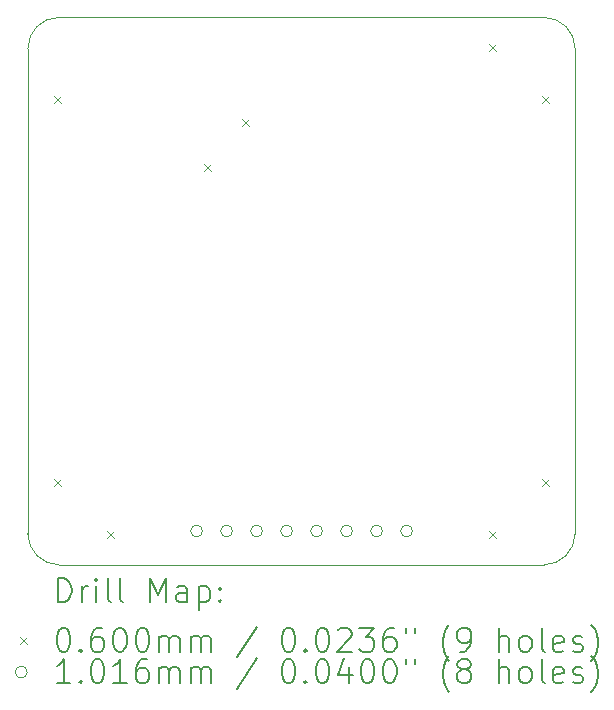
<source format=gbr>
%TF.GenerationSoftware,KiCad,Pcbnew,9.0.5*%
%TF.CreationDate,2025-10-17T16:28:32+07:00*%
%TF.ProjectId,Nokia 1202 breakout,4e6f6b69-6120-4313-9230-322062726561,rev?*%
%TF.SameCoordinates,Original*%
%TF.FileFunction,Drillmap*%
%TF.FilePolarity,Positive*%
%FSLAX45Y45*%
G04 Gerber Fmt 4.5, Leading zero omitted, Abs format (unit mm)*
G04 Created by KiCad (PCBNEW 9.0.5) date 2025-10-17 16:28:32*
%MOMM*%
%LPD*%
G01*
G04 APERTURE LIST*
%ADD10C,0.100000*%
%ADD11C,0.200000*%
%ADD12C,0.101600*%
G04 APERTURE END LIST*
D10*
X16903360Y-8183235D02*
X12796860Y-8183235D01*
X12796860Y-12817485D02*
X16903360Y-12817485D01*
X12533360Y-8446735D02*
X12533360Y-12553985D01*
X17166860Y-12553985D02*
X17166860Y-8446735D01*
X16903360Y-8183235D02*
G75*
G02*
X17166865Y-8446735I0J-263505D01*
G01*
X17166860Y-12553985D02*
G75*
G02*
X16903360Y-12817480I-263500J5D01*
G01*
X12533360Y-8446735D02*
G75*
G02*
X12796860Y-8183240I263500J-5D01*
G01*
X12796860Y-12817485D02*
G75*
G02*
X12533355Y-12553985I0J263505D01*
G01*
D11*
D10*
X12757360Y-8850485D02*
X12817360Y-8910485D01*
X12817360Y-8850485D02*
X12757360Y-8910485D01*
X12757360Y-12088985D02*
X12817360Y-12148985D01*
X12817360Y-12088985D02*
X12757360Y-12148985D01*
X13201860Y-12533485D02*
X13261860Y-12593485D01*
X13261860Y-12533485D02*
X13201860Y-12593485D01*
X14027360Y-9421985D02*
X14087360Y-9481985D01*
X14087360Y-9421985D02*
X14027360Y-9481985D01*
X14344860Y-9040985D02*
X14404860Y-9100985D01*
X14404860Y-9040985D02*
X14344860Y-9100985D01*
X16440360Y-8405985D02*
X16500360Y-8465985D01*
X16500360Y-8405985D02*
X16440360Y-8465985D01*
X16440360Y-12533485D02*
X16500360Y-12593485D01*
X16500360Y-12533485D02*
X16440360Y-12593485D01*
X16884860Y-8850485D02*
X16944860Y-8910485D01*
X16944860Y-8850485D02*
X16884860Y-8910485D01*
X16884860Y-12088985D02*
X16944860Y-12148985D01*
X16944860Y-12088985D02*
X16884860Y-12148985D01*
D12*
X14012910Y-12531735D02*
G75*
G02*
X13911310Y-12531735I-50800J0D01*
G01*
X13911310Y-12531735D02*
G75*
G02*
X14012910Y-12531735I50800J0D01*
G01*
X14266910Y-12531735D02*
G75*
G02*
X14165310Y-12531735I-50800J0D01*
G01*
X14165310Y-12531735D02*
G75*
G02*
X14266910Y-12531735I50800J0D01*
G01*
X14520910Y-12531735D02*
G75*
G02*
X14419310Y-12531735I-50800J0D01*
G01*
X14419310Y-12531735D02*
G75*
G02*
X14520910Y-12531735I50800J0D01*
G01*
X14774910Y-12531735D02*
G75*
G02*
X14673310Y-12531735I-50800J0D01*
G01*
X14673310Y-12531735D02*
G75*
G02*
X14774910Y-12531735I50800J0D01*
G01*
X15028910Y-12531735D02*
G75*
G02*
X14927310Y-12531735I-50800J0D01*
G01*
X14927310Y-12531735D02*
G75*
G02*
X15028910Y-12531735I50800J0D01*
G01*
X15282910Y-12531735D02*
G75*
G02*
X15181310Y-12531735I-50800J0D01*
G01*
X15181310Y-12531735D02*
G75*
G02*
X15282910Y-12531735I50800J0D01*
G01*
X15536910Y-12531735D02*
G75*
G02*
X15435310Y-12531735I-50800J0D01*
G01*
X15435310Y-12531735D02*
G75*
G02*
X15536910Y-12531735I50800J0D01*
G01*
X15790910Y-12531735D02*
G75*
G02*
X15689310Y-12531735I-50800J0D01*
G01*
X15689310Y-12531735D02*
G75*
G02*
X15790910Y-12531735I50800J0D01*
G01*
D11*
X12789137Y-13133969D02*
X12789137Y-12933969D01*
X12789137Y-12933969D02*
X12836756Y-12933969D01*
X12836756Y-12933969D02*
X12865327Y-12943493D01*
X12865327Y-12943493D02*
X12884375Y-12962540D01*
X12884375Y-12962540D02*
X12893899Y-12981588D01*
X12893899Y-12981588D02*
X12903422Y-13019683D01*
X12903422Y-13019683D02*
X12903422Y-13048254D01*
X12903422Y-13048254D02*
X12893899Y-13086350D01*
X12893899Y-13086350D02*
X12884375Y-13105397D01*
X12884375Y-13105397D02*
X12865327Y-13124445D01*
X12865327Y-13124445D02*
X12836756Y-13133969D01*
X12836756Y-13133969D02*
X12789137Y-13133969D01*
X12989137Y-13133969D02*
X12989137Y-13000635D01*
X12989137Y-13038731D02*
X12998661Y-13019683D01*
X12998661Y-13019683D02*
X13008184Y-13010159D01*
X13008184Y-13010159D02*
X13027232Y-13000635D01*
X13027232Y-13000635D02*
X13046280Y-13000635D01*
X13112946Y-13133969D02*
X13112946Y-13000635D01*
X13112946Y-12933969D02*
X13103422Y-12943493D01*
X13103422Y-12943493D02*
X13112946Y-12953016D01*
X13112946Y-12953016D02*
X13122470Y-12943493D01*
X13122470Y-12943493D02*
X13112946Y-12933969D01*
X13112946Y-12933969D02*
X13112946Y-12953016D01*
X13236756Y-13133969D02*
X13217708Y-13124445D01*
X13217708Y-13124445D02*
X13208184Y-13105397D01*
X13208184Y-13105397D02*
X13208184Y-12933969D01*
X13341518Y-13133969D02*
X13322470Y-13124445D01*
X13322470Y-13124445D02*
X13312946Y-13105397D01*
X13312946Y-13105397D02*
X13312946Y-12933969D01*
X13570089Y-13133969D02*
X13570089Y-12933969D01*
X13570089Y-12933969D02*
X13636756Y-13076826D01*
X13636756Y-13076826D02*
X13703422Y-12933969D01*
X13703422Y-12933969D02*
X13703422Y-13133969D01*
X13884375Y-13133969D02*
X13884375Y-13029207D01*
X13884375Y-13029207D02*
X13874851Y-13010159D01*
X13874851Y-13010159D02*
X13855803Y-13000635D01*
X13855803Y-13000635D02*
X13817708Y-13000635D01*
X13817708Y-13000635D02*
X13798661Y-13010159D01*
X13884375Y-13124445D02*
X13865327Y-13133969D01*
X13865327Y-13133969D02*
X13817708Y-13133969D01*
X13817708Y-13133969D02*
X13798661Y-13124445D01*
X13798661Y-13124445D02*
X13789137Y-13105397D01*
X13789137Y-13105397D02*
X13789137Y-13086350D01*
X13789137Y-13086350D02*
X13798661Y-13067302D01*
X13798661Y-13067302D02*
X13817708Y-13057778D01*
X13817708Y-13057778D02*
X13865327Y-13057778D01*
X13865327Y-13057778D02*
X13884375Y-13048254D01*
X13979613Y-13000635D02*
X13979613Y-13200635D01*
X13979613Y-13010159D02*
X13998661Y-13000635D01*
X13998661Y-13000635D02*
X14036756Y-13000635D01*
X14036756Y-13000635D02*
X14055803Y-13010159D01*
X14055803Y-13010159D02*
X14065327Y-13019683D01*
X14065327Y-13019683D02*
X14074851Y-13038731D01*
X14074851Y-13038731D02*
X14074851Y-13095873D01*
X14074851Y-13095873D02*
X14065327Y-13114921D01*
X14065327Y-13114921D02*
X14055803Y-13124445D01*
X14055803Y-13124445D02*
X14036756Y-13133969D01*
X14036756Y-13133969D02*
X13998661Y-13133969D01*
X13998661Y-13133969D02*
X13979613Y-13124445D01*
X14160565Y-13114921D02*
X14170089Y-13124445D01*
X14170089Y-13124445D02*
X14160565Y-13133969D01*
X14160565Y-13133969D02*
X14151042Y-13124445D01*
X14151042Y-13124445D02*
X14160565Y-13114921D01*
X14160565Y-13114921D02*
X14160565Y-13133969D01*
X14160565Y-13010159D02*
X14170089Y-13019683D01*
X14170089Y-13019683D02*
X14160565Y-13029207D01*
X14160565Y-13029207D02*
X14151042Y-13019683D01*
X14151042Y-13019683D02*
X14160565Y-13010159D01*
X14160565Y-13010159D02*
X14160565Y-13029207D01*
D10*
X12468360Y-13432485D02*
X12528360Y-13492485D01*
X12528360Y-13432485D02*
X12468360Y-13492485D01*
D11*
X12827232Y-13353969D02*
X12846280Y-13353969D01*
X12846280Y-13353969D02*
X12865327Y-13363493D01*
X12865327Y-13363493D02*
X12874851Y-13373016D01*
X12874851Y-13373016D02*
X12884375Y-13392064D01*
X12884375Y-13392064D02*
X12893899Y-13430159D01*
X12893899Y-13430159D02*
X12893899Y-13477778D01*
X12893899Y-13477778D02*
X12884375Y-13515873D01*
X12884375Y-13515873D02*
X12874851Y-13534921D01*
X12874851Y-13534921D02*
X12865327Y-13544445D01*
X12865327Y-13544445D02*
X12846280Y-13553969D01*
X12846280Y-13553969D02*
X12827232Y-13553969D01*
X12827232Y-13553969D02*
X12808184Y-13544445D01*
X12808184Y-13544445D02*
X12798661Y-13534921D01*
X12798661Y-13534921D02*
X12789137Y-13515873D01*
X12789137Y-13515873D02*
X12779613Y-13477778D01*
X12779613Y-13477778D02*
X12779613Y-13430159D01*
X12779613Y-13430159D02*
X12789137Y-13392064D01*
X12789137Y-13392064D02*
X12798661Y-13373016D01*
X12798661Y-13373016D02*
X12808184Y-13363493D01*
X12808184Y-13363493D02*
X12827232Y-13353969D01*
X12979613Y-13534921D02*
X12989137Y-13544445D01*
X12989137Y-13544445D02*
X12979613Y-13553969D01*
X12979613Y-13553969D02*
X12970089Y-13544445D01*
X12970089Y-13544445D02*
X12979613Y-13534921D01*
X12979613Y-13534921D02*
X12979613Y-13553969D01*
X13160565Y-13353969D02*
X13122470Y-13353969D01*
X13122470Y-13353969D02*
X13103422Y-13363493D01*
X13103422Y-13363493D02*
X13093899Y-13373016D01*
X13093899Y-13373016D02*
X13074851Y-13401588D01*
X13074851Y-13401588D02*
X13065327Y-13439683D01*
X13065327Y-13439683D02*
X13065327Y-13515873D01*
X13065327Y-13515873D02*
X13074851Y-13534921D01*
X13074851Y-13534921D02*
X13084375Y-13544445D01*
X13084375Y-13544445D02*
X13103422Y-13553969D01*
X13103422Y-13553969D02*
X13141518Y-13553969D01*
X13141518Y-13553969D02*
X13160565Y-13544445D01*
X13160565Y-13544445D02*
X13170089Y-13534921D01*
X13170089Y-13534921D02*
X13179613Y-13515873D01*
X13179613Y-13515873D02*
X13179613Y-13468254D01*
X13179613Y-13468254D02*
X13170089Y-13449207D01*
X13170089Y-13449207D02*
X13160565Y-13439683D01*
X13160565Y-13439683D02*
X13141518Y-13430159D01*
X13141518Y-13430159D02*
X13103422Y-13430159D01*
X13103422Y-13430159D02*
X13084375Y-13439683D01*
X13084375Y-13439683D02*
X13074851Y-13449207D01*
X13074851Y-13449207D02*
X13065327Y-13468254D01*
X13303422Y-13353969D02*
X13322470Y-13353969D01*
X13322470Y-13353969D02*
X13341518Y-13363493D01*
X13341518Y-13363493D02*
X13351042Y-13373016D01*
X13351042Y-13373016D02*
X13360565Y-13392064D01*
X13360565Y-13392064D02*
X13370089Y-13430159D01*
X13370089Y-13430159D02*
X13370089Y-13477778D01*
X13370089Y-13477778D02*
X13360565Y-13515873D01*
X13360565Y-13515873D02*
X13351042Y-13534921D01*
X13351042Y-13534921D02*
X13341518Y-13544445D01*
X13341518Y-13544445D02*
X13322470Y-13553969D01*
X13322470Y-13553969D02*
X13303422Y-13553969D01*
X13303422Y-13553969D02*
X13284375Y-13544445D01*
X13284375Y-13544445D02*
X13274851Y-13534921D01*
X13274851Y-13534921D02*
X13265327Y-13515873D01*
X13265327Y-13515873D02*
X13255803Y-13477778D01*
X13255803Y-13477778D02*
X13255803Y-13430159D01*
X13255803Y-13430159D02*
X13265327Y-13392064D01*
X13265327Y-13392064D02*
X13274851Y-13373016D01*
X13274851Y-13373016D02*
X13284375Y-13363493D01*
X13284375Y-13363493D02*
X13303422Y-13353969D01*
X13493899Y-13353969D02*
X13512946Y-13353969D01*
X13512946Y-13353969D02*
X13531994Y-13363493D01*
X13531994Y-13363493D02*
X13541518Y-13373016D01*
X13541518Y-13373016D02*
X13551042Y-13392064D01*
X13551042Y-13392064D02*
X13560565Y-13430159D01*
X13560565Y-13430159D02*
X13560565Y-13477778D01*
X13560565Y-13477778D02*
X13551042Y-13515873D01*
X13551042Y-13515873D02*
X13541518Y-13534921D01*
X13541518Y-13534921D02*
X13531994Y-13544445D01*
X13531994Y-13544445D02*
X13512946Y-13553969D01*
X13512946Y-13553969D02*
X13493899Y-13553969D01*
X13493899Y-13553969D02*
X13474851Y-13544445D01*
X13474851Y-13544445D02*
X13465327Y-13534921D01*
X13465327Y-13534921D02*
X13455803Y-13515873D01*
X13455803Y-13515873D02*
X13446280Y-13477778D01*
X13446280Y-13477778D02*
X13446280Y-13430159D01*
X13446280Y-13430159D02*
X13455803Y-13392064D01*
X13455803Y-13392064D02*
X13465327Y-13373016D01*
X13465327Y-13373016D02*
X13474851Y-13363493D01*
X13474851Y-13363493D02*
X13493899Y-13353969D01*
X13646280Y-13553969D02*
X13646280Y-13420635D01*
X13646280Y-13439683D02*
X13655803Y-13430159D01*
X13655803Y-13430159D02*
X13674851Y-13420635D01*
X13674851Y-13420635D02*
X13703423Y-13420635D01*
X13703423Y-13420635D02*
X13722470Y-13430159D01*
X13722470Y-13430159D02*
X13731994Y-13449207D01*
X13731994Y-13449207D02*
X13731994Y-13553969D01*
X13731994Y-13449207D02*
X13741518Y-13430159D01*
X13741518Y-13430159D02*
X13760565Y-13420635D01*
X13760565Y-13420635D02*
X13789137Y-13420635D01*
X13789137Y-13420635D02*
X13808184Y-13430159D01*
X13808184Y-13430159D02*
X13817708Y-13449207D01*
X13817708Y-13449207D02*
X13817708Y-13553969D01*
X13912946Y-13553969D02*
X13912946Y-13420635D01*
X13912946Y-13439683D02*
X13922470Y-13430159D01*
X13922470Y-13430159D02*
X13941518Y-13420635D01*
X13941518Y-13420635D02*
X13970089Y-13420635D01*
X13970089Y-13420635D02*
X13989137Y-13430159D01*
X13989137Y-13430159D02*
X13998661Y-13449207D01*
X13998661Y-13449207D02*
X13998661Y-13553969D01*
X13998661Y-13449207D02*
X14008184Y-13430159D01*
X14008184Y-13430159D02*
X14027232Y-13420635D01*
X14027232Y-13420635D02*
X14055803Y-13420635D01*
X14055803Y-13420635D02*
X14074851Y-13430159D01*
X14074851Y-13430159D02*
X14084375Y-13449207D01*
X14084375Y-13449207D02*
X14084375Y-13553969D01*
X14474851Y-13344445D02*
X14303423Y-13601588D01*
X14731994Y-13353969D02*
X14751042Y-13353969D01*
X14751042Y-13353969D02*
X14770089Y-13363493D01*
X14770089Y-13363493D02*
X14779613Y-13373016D01*
X14779613Y-13373016D02*
X14789137Y-13392064D01*
X14789137Y-13392064D02*
X14798661Y-13430159D01*
X14798661Y-13430159D02*
X14798661Y-13477778D01*
X14798661Y-13477778D02*
X14789137Y-13515873D01*
X14789137Y-13515873D02*
X14779613Y-13534921D01*
X14779613Y-13534921D02*
X14770089Y-13544445D01*
X14770089Y-13544445D02*
X14751042Y-13553969D01*
X14751042Y-13553969D02*
X14731994Y-13553969D01*
X14731994Y-13553969D02*
X14712946Y-13544445D01*
X14712946Y-13544445D02*
X14703423Y-13534921D01*
X14703423Y-13534921D02*
X14693899Y-13515873D01*
X14693899Y-13515873D02*
X14684375Y-13477778D01*
X14684375Y-13477778D02*
X14684375Y-13430159D01*
X14684375Y-13430159D02*
X14693899Y-13392064D01*
X14693899Y-13392064D02*
X14703423Y-13373016D01*
X14703423Y-13373016D02*
X14712946Y-13363493D01*
X14712946Y-13363493D02*
X14731994Y-13353969D01*
X14884375Y-13534921D02*
X14893899Y-13544445D01*
X14893899Y-13544445D02*
X14884375Y-13553969D01*
X14884375Y-13553969D02*
X14874851Y-13544445D01*
X14874851Y-13544445D02*
X14884375Y-13534921D01*
X14884375Y-13534921D02*
X14884375Y-13553969D01*
X15017708Y-13353969D02*
X15036756Y-13353969D01*
X15036756Y-13353969D02*
X15055804Y-13363493D01*
X15055804Y-13363493D02*
X15065327Y-13373016D01*
X15065327Y-13373016D02*
X15074851Y-13392064D01*
X15074851Y-13392064D02*
X15084375Y-13430159D01*
X15084375Y-13430159D02*
X15084375Y-13477778D01*
X15084375Y-13477778D02*
X15074851Y-13515873D01*
X15074851Y-13515873D02*
X15065327Y-13534921D01*
X15065327Y-13534921D02*
X15055804Y-13544445D01*
X15055804Y-13544445D02*
X15036756Y-13553969D01*
X15036756Y-13553969D02*
X15017708Y-13553969D01*
X15017708Y-13553969D02*
X14998661Y-13544445D01*
X14998661Y-13544445D02*
X14989137Y-13534921D01*
X14989137Y-13534921D02*
X14979613Y-13515873D01*
X14979613Y-13515873D02*
X14970089Y-13477778D01*
X14970089Y-13477778D02*
X14970089Y-13430159D01*
X14970089Y-13430159D02*
X14979613Y-13392064D01*
X14979613Y-13392064D02*
X14989137Y-13373016D01*
X14989137Y-13373016D02*
X14998661Y-13363493D01*
X14998661Y-13363493D02*
X15017708Y-13353969D01*
X15160566Y-13373016D02*
X15170089Y-13363493D01*
X15170089Y-13363493D02*
X15189137Y-13353969D01*
X15189137Y-13353969D02*
X15236756Y-13353969D01*
X15236756Y-13353969D02*
X15255804Y-13363493D01*
X15255804Y-13363493D02*
X15265327Y-13373016D01*
X15265327Y-13373016D02*
X15274851Y-13392064D01*
X15274851Y-13392064D02*
X15274851Y-13411112D01*
X15274851Y-13411112D02*
X15265327Y-13439683D01*
X15265327Y-13439683D02*
X15151042Y-13553969D01*
X15151042Y-13553969D02*
X15274851Y-13553969D01*
X15341518Y-13353969D02*
X15465327Y-13353969D01*
X15465327Y-13353969D02*
X15398661Y-13430159D01*
X15398661Y-13430159D02*
X15427232Y-13430159D01*
X15427232Y-13430159D02*
X15446280Y-13439683D01*
X15446280Y-13439683D02*
X15455804Y-13449207D01*
X15455804Y-13449207D02*
X15465327Y-13468254D01*
X15465327Y-13468254D02*
X15465327Y-13515873D01*
X15465327Y-13515873D02*
X15455804Y-13534921D01*
X15455804Y-13534921D02*
X15446280Y-13544445D01*
X15446280Y-13544445D02*
X15427232Y-13553969D01*
X15427232Y-13553969D02*
X15370089Y-13553969D01*
X15370089Y-13553969D02*
X15351042Y-13544445D01*
X15351042Y-13544445D02*
X15341518Y-13534921D01*
X15636756Y-13353969D02*
X15598661Y-13353969D01*
X15598661Y-13353969D02*
X15579613Y-13363493D01*
X15579613Y-13363493D02*
X15570089Y-13373016D01*
X15570089Y-13373016D02*
X15551042Y-13401588D01*
X15551042Y-13401588D02*
X15541518Y-13439683D01*
X15541518Y-13439683D02*
X15541518Y-13515873D01*
X15541518Y-13515873D02*
X15551042Y-13534921D01*
X15551042Y-13534921D02*
X15560566Y-13544445D01*
X15560566Y-13544445D02*
X15579613Y-13553969D01*
X15579613Y-13553969D02*
X15617708Y-13553969D01*
X15617708Y-13553969D02*
X15636756Y-13544445D01*
X15636756Y-13544445D02*
X15646280Y-13534921D01*
X15646280Y-13534921D02*
X15655804Y-13515873D01*
X15655804Y-13515873D02*
X15655804Y-13468254D01*
X15655804Y-13468254D02*
X15646280Y-13449207D01*
X15646280Y-13449207D02*
X15636756Y-13439683D01*
X15636756Y-13439683D02*
X15617708Y-13430159D01*
X15617708Y-13430159D02*
X15579613Y-13430159D01*
X15579613Y-13430159D02*
X15560566Y-13439683D01*
X15560566Y-13439683D02*
X15551042Y-13449207D01*
X15551042Y-13449207D02*
X15541518Y-13468254D01*
X15731994Y-13353969D02*
X15731994Y-13392064D01*
X15808185Y-13353969D02*
X15808185Y-13392064D01*
X16103423Y-13630159D02*
X16093899Y-13620635D01*
X16093899Y-13620635D02*
X16074851Y-13592064D01*
X16074851Y-13592064D02*
X16065328Y-13573016D01*
X16065328Y-13573016D02*
X16055804Y-13544445D01*
X16055804Y-13544445D02*
X16046280Y-13496826D01*
X16046280Y-13496826D02*
X16046280Y-13458731D01*
X16046280Y-13458731D02*
X16055804Y-13411112D01*
X16055804Y-13411112D02*
X16065328Y-13382540D01*
X16065328Y-13382540D02*
X16074851Y-13363493D01*
X16074851Y-13363493D02*
X16093899Y-13334921D01*
X16093899Y-13334921D02*
X16103423Y-13325397D01*
X16189137Y-13553969D02*
X16227232Y-13553969D01*
X16227232Y-13553969D02*
X16246280Y-13544445D01*
X16246280Y-13544445D02*
X16255804Y-13534921D01*
X16255804Y-13534921D02*
X16274851Y-13506350D01*
X16274851Y-13506350D02*
X16284375Y-13468254D01*
X16284375Y-13468254D02*
X16284375Y-13392064D01*
X16284375Y-13392064D02*
X16274851Y-13373016D01*
X16274851Y-13373016D02*
X16265328Y-13363493D01*
X16265328Y-13363493D02*
X16246280Y-13353969D01*
X16246280Y-13353969D02*
X16208185Y-13353969D01*
X16208185Y-13353969D02*
X16189137Y-13363493D01*
X16189137Y-13363493D02*
X16179613Y-13373016D01*
X16179613Y-13373016D02*
X16170089Y-13392064D01*
X16170089Y-13392064D02*
X16170089Y-13439683D01*
X16170089Y-13439683D02*
X16179613Y-13458731D01*
X16179613Y-13458731D02*
X16189137Y-13468254D01*
X16189137Y-13468254D02*
X16208185Y-13477778D01*
X16208185Y-13477778D02*
X16246280Y-13477778D01*
X16246280Y-13477778D02*
X16265328Y-13468254D01*
X16265328Y-13468254D02*
X16274851Y-13458731D01*
X16274851Y-13458731D02*
X16284375Y-13439683D01*
X16522470Y-13553969D02*
X16522470Y-13353969D01*
X16608185Y-13553969D02*
X16608185Y-13449207D01*
X16608185Y-13449207D02*
X16598661Y-13430159D01*
X16598661Y-13430159D02*
X16579613Y-13420635D01*
X16579613Y-13420635D02*
X16551042Y-13420635D01*
X16551042Y-13420635D02*
X16531994Y-13430159D01*
X16531994Y-13430159D02*
X16522470Y-13439683D01*
X16731994Y-13553969D02*
X16712947Y-13544445D01*
X16712947Y-13544445D02*
X16703423Y-13534921D01*
X16703423Y-13534921D02*
X16693899Y-13515873D01*
X16693899Y-13515873D02*
X16693899Y-13458731D01*
X16693899Y-13458731D02*
X16703423Y-13439683D01*
X16703423Y-13439683D02*
X16712947Y-13430159D01*
X16712947Y-13430159D02*
X16731994Y-13420635D01*
X16731994Y-13420635D02*
X16760566Y-13420635D01*
X16760566Y-13420635D02*
X16779613Y-13430159D01*
X16779613Y-13430159D02*
X16789137Y-13439683D01*
X16789137Y-13439683D02*
X16798661Y-13458731D01*
X16798661Y-13458731D02*
X16798661Y-13515873D01*
X16798661Y-13515873D02*
X16789137Y-13534921D01*
X16789137Y-13534921D02*
X16779613Y-13544445D01*
X16779613Y-13544445D02*
X16760566Y-13553969D01*
X16760566Y-13553969D02*
X16731994Y-13553969D01*
X16912947Y-13553969D02*
X16893899Y-13544445D01*
X16893899Y-13544445D02*
X16884375Y-13525397D01*
X16884375Y-13525397D02*
X16884375Y-13353969D01*
X17065328Y-13544445D02*
X17046280Y-13553969D01*
X17046280Y-13553969D02*
X17008185Y-13553969D01*
X17008185Y-13553969D02*
X16989137Y-13544445D01*
X16989137Y-13544445D02*
X16979613Y-13525397D01*
X16979613Y-13525397D02*
X16979613Y-13449207D01*
X16979613Y-13449207D02*
X16989137Y-13430159D01*
X16989137Y-13430159D02*
X17008185Y-13420635D01*
X17008185Y-13420635D02*
X17046280Y-13420635D01*
X17046280Y-13420635D02*
X17065328Y-13430159D01*
X17065328Y-13430159D02*
X17074852Y-13449207D01*
X17074852Y-13449207D02*
X17074852Y-13468254D01*
X17074852Y-13468254D02*
X16979613Y-13487302D01*
X17151042Y-13544445D02*
X17170090Y-13553969D01*
X17170090Y-13553969D02*
X17208185Y-13553969D01*
X17208185Y-13553969D02*
X17227233Y-13544445D01*
X17227233Y-13544445D02*
X17236756Y-13525397D01*
X17236756Y-13525397D02*
X17236756Y-13515873D01*
X17236756Y-13515873D02*
X17227233Y-13496826D01*
X17227233Y-13496826D02*
X17208185Y-13487302D01*
X17208185Y-13487302D02*
X17179613Y-13487302D01*
X17179613Y-13487302D02*
X17160566Y-13477778D01*
X17160566Y-13477778D02*
X17151042Y-13458731D01*
X17151042Y-13458731D02*
X17151042Y-13449207D01*
X17151042Y-13449207D02*
X17160566Y-13430159D01*
X17160566Y-13430159D02*
X17179613Y-13420635D01*
X17179613Y-13420635D02*
X17208185Y-13420635D01*
X17208185Y-13420635D02*
X17227233Y-13430159D01*
X17303423Y-13630159D02*
X17312947Y-13620635D01*
X17312947Y-13620635D02*
X17331994Y-13592064D01*
X17331994Y-13592064D02*
X17341518Y-13573016D01*
X17341518Y-13573016D02*
X17351042Y-13544445D01*
X17351042Y-13544445D02*
X17360566Y-13496826D01*
X17360566Y-13496826D02*
X17360566Y-13458731D01*
X17360566Y-13458731D02*
X17351042Y-13411112D01*
X17351042Y-13411112D02*
X17341518Y-13382540D01*
X17341518Y-13382540D02*
X17331994Y-13363493D01*
X17331994Y-13363493D02*
X17312947Y-13334921D01*
X17312947Y-13334921D02*
X17303423Y-13325397D01*
D12*
X12528360Y-13726485D02*
G75*
G02*
X12426760Y-13726485I-50800J0D01*
G01*
X12426760Y-13726485D02*
G75*
G02*
X12528360Y-13726485I50800J0D01*
G01*
D11*
X12893899Y-13817969D02*
X12779613Y-13817969D01*
X12836756Y-13817969D02*
X12836756Y-13617969D01*
X12836756Y-13617969D02*
X12817708Y-13646540D01*
X12817708Y-13646540D02*
X12798661Y-13665588D01*
X12798661Y-13665588D02*
X12779613Y-13675112D01*
X12979613Y-13798921D02*
X12989137Y-13808445D01*
X12989137Y-13808445D02*
X12979613Y-13817969D01*
X12979613Y-13817969D02*
X12970089Y-13808445D01*
X12970089Y-13808445D02*
X12979613Y-13798921D01*
X12979613Y-13798921D02*
X12979613Y-13817969D01*
X13112946Y-13617969D02*
X13131994Y-13617969D01*
X13131994Y-13617969D02*
X13151042Y-13627493D01*
X13151042Y-13627493D02*
X13160565Y-13637016D01*
X13160565Y-13637016D02*
X13170089Y-13656064D01*
X13170089Y-13656064D02*
X13179613Y-13694159D01*
X13179613Y-13694159D02*
X13179613Y-13741778D01*
X13179613Y-13741778D02*
X13170089Y-13779873D01*
X13170089Y-13779873D02*
X13160565Y-13798921D01*
X13160565Y-13798921D02*
X13151042Y-13808445D01*
X13151042Y-13808445D02*
X13131994Y-13817969D01*
X13131994Y-13817969D02*
X13112946Y-13817969D01*
X13112946Y-13817969D02*
X13093899Y-13808445D01*
X13093899Y-13808445D02*
X13084375Y-13798921D01*
X13084375Y-13798921D02*
X13074851Y-13779873D01*
X13074851Y-13779873D02*
X13065327Y-13741778D01*
X13065327Y-13741778D02*
X13065327Y-13694159D01*
X13065327Y-13694159D02*
X13074851Y-13656064D01*
X13074851Y-13656064D02*
X13084375Y-13637016D01*
X13084375Y-13637016D02*
X13093899Y-13627493D01*
X13093899Y-13627493D02*
X13112946Y-13617969D01*
X13370089Y-13817969D02*
X13255803Y-13817969D01*
X13312946Y-13817969D02*
X13312946Y-13617969D01*
X13312946Y-13617969D02*
X13293899Y-13646540D01*
X13293899Y-13646540D02*
X13274851Y-13665588D01*
X13274851Y-13665588D02*
X13255803Y-13675112D01*
X13541518Y-13617969D02*
X13503422Y-13617969D01*
X13503422Y-13617969D02*
X13484375Y-13627493D01*
X13484375Y-13627493D02*
X13474851Y-13637016D01*
X13474851Y-13637016D02*
X13455803Y-13665588D01*
X13455803Y-13665588D02*
X13446280Y-13703683D01*
X13446280Y-13703683D02*
X13446280Y-13779873D01*
X13446280Y-13779873D02*
X13455803Y-13798921D01*
X13455803Y-13798921D02*
X13465327Y-13808445D01*
X13465327Y-13808445D02*
X13484375Y-13817969D01*
X13484375Y-13817969D02*
X13522470Y-13817969D01*
X13522470Y-13817969D02*
X13541518Y-13808445D01*
X13541518Y-13808445D02*
X13551042Y-13798921D01*
X13551042Y-13798921D02*
X13560565Y-13779873D01*
X13560565Y-13779873D02*
X13560565Y-13732254D01*
X13560565Y-13732254D02*
X13551042Y-13713207D01*
X13551042Y-13713207D02*
X13541518Y-13703683D01*
X13541518Y-13703683D02*
X13522470Y-13694159D01*
X13522470Y-13694159D02*
X13484375Y-13694159D01*
X13484375Y-13694159D02*
X13465327Y-13703683D01*
X13465327Y-13703683D02*
X13455803Y-13713207D01*
X13455803Y-13713207D02*
X13446280Y-13732254D01*
X13646280Y-13817969D02*
X13646280Y-13684635D01*
X13646280Y-13703683D02*
X13655803Y-13694159D01*
X13655803Y-13694159D02*
X13674851Y-13684635D01*
X13674851Y-13684635D02*
X13703423Y-13684635D01*
X13703423Y-13684635D02*
X13722470Y-13694159D01*
X13722470Y-13694159D02*
X13731994Y-13713207D01*
X13731994Y-13713207D02*
X13731994Y-13817969D01*
X13731994Y-13713207D02*
X13741518Y-13694159D01*
X13741518Y-13694159D02*
X13760565Y-13684635D01*
X13760565Y-13684635D02*
X13789137Y-13684635D01*
X13789137Y-13684635D02*
X13808184Y-13694159D01*
X13808184Y-13694159D02*
X13817708Y-13713207D01*
X13817708Y-13713207D02*
X13817708Y-13817969D01*
X13912946Y-13817969D02*
X13912946Y-13684635D01*
X13912946Y-13703683D02*
X13922470Y-13694159D01*
X13922470Y-13694159D02*
X13941518Y-13684635D01*
X13941518Y-13684635D02*
X13970089Y-13684635D01*
X13970089Y-13684635D02*
X13989137Y-13694159D01*
X13989137Y-13694159D02*
X13998661Y-13713207D01*
X13998661Y-13713207D02*
X13998661Y-13817969D01*
X13998661Y-13713207D02*
X14008184Y-13694159D01*
X14008184Y-13694159D02*
X14027232Y-13684635D01*
X14027232Y-13684635D02*
X14055803Y-13684635D01*
X14055803Y-13684635D02*
X14074851Y-13694159D01*
X14074851Y-13694159D02*
X14084375Y-13713207D01*
X14084375Y-13713207D02*
X14084375Y-13817969D01*
X14474851Y-13608445D02*
X14303423Y-13865588D01*
X14731994Y-13617969D02*
X14751042Y-13617969D01*
X14751042Y-13617969D02*
X14770089Y-13627493D01*
X14770089Y-13627493D02*
X14779613Y-13637016D01*
X14779613Y-13637016D02*
X14789137Y-13656064D01*
X14789137Y-13656064D02*
X14798661Y-13694159D01*
X14798661Y-13694159D02*
X14798661Y-13741778D01*
X14798661Y-13741778D02*
X14789137Y-13779873D01*
X14789137Y-13779873D02*
X14779613Y-13798921D01*
X14779613Y-13798921D02*
X14770089Y-13808445D01*
X14770089Y-13808445D02*
X14751042Y-13817969D01*
X14751042Y-13817969D02*
X14731994Y-13817969D01*
X14731994Y-13817969D02*
X14712946Y-13808445D01*
X14712946Y-13808445D02*
X14703423Y-13798921D01*
X14703423Y-13798921D02*
X14693899Y-13779873D01*
X14693899Y-13779873D02*
X14684375Y-13741778D01*
X14684375Y-13741778D02*
X14684375Y-13694159D01*
X14684375Y-13694159D02*
X14693899Y-13656064D01*
X14693899Y-13656064D02*
X14703423Y-13637016D01*
X14703423Y-13637016D02*
X14712946Y-13627493D01*
X14712946Y-13627493D02*
X14731994Y-13617969D01*
X14884375Y-13798921D02*
X14893899Y-13808445D01*
X14893899Y-13808445D02*
X14884375Y-13817969D01*
X14884375Y-13817969D02*
X14874851Y-13808445D01*
X14874851Y-13808445D02*
X14884375Y-13798921D01*
X14884375Y-13798921D02*
X14884375Y-13817969D01*
X15017708Y-13617969D02*
X15036756Y-13617969D01*
X15036756Y-13617969D02*
X15055804Y-13627493D01*
X15055804Y-13627493D02*
X15065327Y-13637016D01*
X15065327Y-13637016D02*
X15074851Y-13656064D01*
X15074851Y-13656064D02*
X15084375Y-13694159D01*
X15084375Y-13694159D02*
X15084375Y-13741778D01*
X15084375Y-13741778D02*
X15074851Y-13779873D01*
X15074851Y-13779873D02*
X15065327Y-13798921D01*
X15065327Y-13798921D02*
X15055804Y-13808445D01*
X15055804Y-13808445D02*
X15036756Y-13817969D01*
X15036756Y-13817969D02*
X15017708Y-13817969D01*
X15017708Y-13817969D02*
X14998661Y-13808445D01*
X14998661Y-13808445D02*
X14989137Y-13798921D01*
X14989137Y-13798921D02*
X14979613Y-13779873D01*
X14979613Y-13779873D02*
X14970089Y-13741778D01*
X14970089Y-13741778D02*
X14970089Y-13694159D01*
X14970089Y-13694159D02*
X14979613Y-13656064D01*
X14979613Y-13656064D02*
X14989137Y-13637016D01*
X14989137Y-13637016D02*
X14998661Y-13627493D01*
X14998661Y-13627493D02*
X15017708Y-13617969D01*
X15255804Y-13684635D02*
X15255804Y-13817969D01*
X15208185Y-13608445D02*
X15160566Y-13751302D01*
X15160566Y-13751302D02*
X15284375Y-13751302D01*
X15398661Y-13617969D02*
X15417708Y-13617969D01*
X15417708Y-13617969D02*
X15436756Y-13627493D01*
X15436756Y-13627493D02*
X15446280Y-13637016D01*
X15446280Y-13637016D02*
X15455804Y-13656064D01*
X15455804Y-13656064D02*
X15465327Y-13694159D01*
X15465327Y-13694159D02*
X15465327Y-13741778D01*
X15465327Y-13741778D02*
X15455804Y-13779873D01*
X15455804Y-13779873D02*
X15446280Y-13798921D01*
X15446280Y-13798921D02*
X15436756Y-13808445D01*
X15436756Y-13808445D02*
X15417708Y-13817969D01*
X15417708Y-13817969D02*
X15398661Y-13817969D01*
X15398661Y-13817969D02*
X15379613Y-13808445D01*
X15379613Y-13808445D02*
X15370089Y-13798921D01*
X15370089Y-13798921D02*
X15360566Y-13779873D01*
X15360566Y-13779873D02*
X15351042Y-13741778D01*
X15351042Y-13741778D02*
X15351042Y-13694159D01*
X15351042Y-13694159D02*
X15360566Y-13656064D01*
X15360566Y-13656064D02*
X15370089Y-13637016D01*
X15370089Y-13637016D02*
X15379613Y-13627493D01*
X15379613Y-13627493D02*
X15398661Y-13617969D01*
X15589137Y-13617969D02*
X15608185Y-13617969D01*
X15608185Y-13617969D02*
X15627232Y-13627493D01*
X15627232Y-13627493D02*
X15636756Y-13637016D01*
X15636756Y-13637016D02*
X15646280Y-13656064D01*
X15646280Y-13656064D02*
X15655804Y-13694159D01*
X15655804Y-13694159D02*
X15655804Y-13741778D01*
X15655804Y-13741778D02*
X15646280Y-13779873D01*
X15646280Y-13779873D02*
X15636756Y-13798921D01*
X15636756Y-13798921D02*
X15627232Y-13808445D01*
X15627232Y-13808445D02*
X15608185Y-13817969D01*
X15608185Y-13817969D02*
X15589137Y-13817969D01*
X15589137Y-13817969D02*
X15570089Y-13808445D01*
X15570089Y-13808445D02*
X15560566Y-13798921D01*
X15560566Y-13798921D02*
X15551042Y-13779873D01*
X15551042Y-13779873D02*
X15541518Y-13741778D01*
X15541518Y-13741778D02*
X15541518Y-13694159D01*
X15541518Y-13694159D02*
X15551042Y-13656064D01*
X15551042Y-13656064D02*
X15560566Y-13637016D01*
X15560566Y-13637016D02*
X15570089Y-13627493D01*
X15570089Y-13627493D02*
X15589137Y-13617969D01*
X15731994Y-13617969D02*
X15731994Y-13656064D01*
X15808185Y-13617969D02*
X15808185Y-13656064D01*
X16103423Y-13894159D02*
X16093899Y-13884635D01*
X16093899Y-13884635D02*
X16074851Y-13856064D01*
X16074851Y-13856064D02*
X16065328Y-13837016D01*
X16065328Y-13837016D02*
X16055804Y-13808445D01*
X16055804Y-13808445D02*
X16046280Y-13760826D01*
X16046280Y-13760826D02*
X16046280Y-13722731D01*
X16046280Y-13722731D02*
X16055804Y-13675112D01*
X16055804Y-13675112D02*
X16065328Y-13646540D01*
X16065328Y-13646540D02*
X16074851Y-13627493D01*
X16074851Y-13627493D02*
X16093899Y-13598921D01*
X16093899Y-13598921D02*
X16103423Y-13589397D01*
X16208185Y-13703683D02*
X16189137Y-13694159D01*
X16189137Y-13694159D02*
X16179613Y-13684635D01*
X16179613Y-13684635D02*
X16170089Y-13665588D01*
X16170089Y-13665588D02*
X16170089Y-13656064D01*
X16170089Y-13656064D02*
X16179613Y-13637016D01*
X16179613Y-13637016D02*
X16189137Y-13627493D01*
X16189137Y-13627493D02*
X16208185Y-13617969D01*
X16208185Y-13617969D02*
X16246280Y-13617969D01*
X16246280Y-13617969D02*
X16265328Y-13627493D01*
X16265328Y-13627493D02*
X16274851Y-13637016D01*
X16274851Y-13637016D02*
X16284375Y-13656064D01*
X16284375Y-13656064D02*
X16284375Y-13665588D01*
X16284375Y-13665588D02*
X16274851Y-13684635D01*
X16274851Y-13684635D02*
X16265328Y-13694159D01*
X16265328Y-13694159D02*
X16246280Y-13703683D01*
X16246280Y-13703683D02*
X16208185Y-13703683D01*
X16208185Y-13703683D02*
X16189137Y-13713207D01*
X16189137Y-13713207D02*
X16179613Y-13722731D01*
X16179613Y-13722731D02*
X16170089Y-13741778D01*
X16170089Y-13741778D02*
X16170089Y-13779873D01*
X16170089Y-13779873D02*
X16179613Y-13798921D01*
X16179613Y-13798921D02*
X16189137Y-13808445D01*
X16189137Y-13808445D02*
X16208185Y-13817969D01*
X16208185Y-13817969D02*
X16246280Y-13817969D01*
X16246280Y-13817969D02*
X16265328Y-13808445D01*
X16265328Y-13808445D02*
X16274851Y-13798921D01*
X16274851Y-13798921D02*
X16284375Y-13779873D01*
X16284375Y-13779873D02*
X16284375Y-13741778D01*
X16284375Y-13741778D02*
X16274851Y-13722731D01*
X16274851Y-13722731D02*
X16265328Y-13713207D01*
X16265328Y-13713207D02*
X16246280Y-13703683D01*
X16522470Y-13817969D02*
X16522470Y-13617969D01*
X16608185Y-13817969D02*
X16608185Y-13713207D01*
X16608185Y-13713207D02*
X16598661Y-13694159D01*
X16598661Y-13694159D02*
X16579613Y-13684635D01*
X16579613Y-13684635D02*
X16551042Y-13684635D01*
X16551042Y-13684635D02*
X16531994Y-13694159D01*
X16531994Y-13694159D02*
X16522470Y-13703683D01*
X16731994Y-13817969D02*
X16712947Y-13808445D01*
X16712947Y-13808445D02*
X16703423Y-13798921D01*
X16703423Y-13798921D02*
X16693899Y-13779873D01*
X16693899Y-13779873D02*
X16693899Y-13722731D01*
X16693899Y-13722731D02*
X16703423Y-13703683D01*
X16703423Y-13703683D02*
X16712947Y-13694159D01*
X16712947Y-13694159D02*
X16731994Y-13684635D01*
X16731994Y-13684635D02*
X16760566Y-13684635D01*
X16760566Y-13684635D02*
X16779613Y-13694159D01*
X16779613Y-13694159D02*
X16789137Y-13703683D01*
X16789137Y-13703683D02*
X16798661Y-13722731D01*
X16798661Y-13722731D02*
X16798661Y-13779873D01*
X16798661Y-13779873D02*
X16789137Y-13798921D01*
X16789137Y-13798921D02*
X16779613Y-13808445D01*
X16779613Y-13808445D02*
X16760566Y-13817969D01*
X16760566Y-13817969D02*
X16731994Y-13817969D01*
X16912947Y-13817969D02*
X16893899Y-13808445D01*
X16893899Y-13808445D02*
X16884375Y-13789397D01*
X16884375Y-13789397D02*
X16884375Y-13617969D01*
X17065328Y-13808445D02*
X17046280Y-13817969D01*
X17046280Y-13817969D02*
X17008185Y-13817969D01*
X17008185Y-13817969D02*
X16989137Y-13808445D01*
X16989137Y-13808445D02*
X16979613Y-13789397D01*
X16979613Y-13789397D02*
X16979613Y-13713207D01*
X16979613Y-13713207D02*
X16989137Y-13694159D01*
X16989137Y-13694159D02*
X17008185Y-13684635D01*
X17008185Y-13684635D02*
X17046280Y-13684635D01*
X17046280Y-13684635D02*
X17065328Y-13694159D01*
X17065328Y-13694159D02*
X17074852Y-13713207D01*
X17074852Y-13713207D02*
X17074852Y-13732254D01*
X17074852Y-13732254D02*
X16979613Y-13751302D01*
X17151042Y-13808445D02*
X17170090Y-13817969D01*
X17170090Y-13817969D02*
X17208185Y-13817969D01*
X17208185Y-13817969D02*
X17227233Y-13808445D01*
X17227233Y-13808445D02*
X17236756Y-13789397D01*
X17236756Y-13789397D02*
X17236756Y-13779873D01*
X17236756Y-13779873D02*
X17227233Y-13760826D01*
X17227233Y-13760826D02*
X17208185Y-13751302D01*
X17208185Y-13751302D02*
X17179613Y-13751302D01*
X17179613Y-13751302D02*
X17160566Y-13741778D01*
X17160566Y-13741778D02*
X17151042Y-13722731D01*
X17151042Y-13722731D02*
X17151042Y-13713207D01*
X17151042Y-13713207D02*
X17160566Y-13694159D01*
X17160566Y-13694159D02*
X17179613Y-13684635D01*
X17179613Y-13684635D02*
X17208185Y-13684635D01*
X17208185Y-13684635D02*
X17227233Y-13694159D01*
X17303423Y-13894159D02*
X17312947Y-13884635D01*
X17312947Y-13884635D02*
X17331994Y-13856064D01*
X17331994Y-13856064D02*
X17341518Y-13837016D01*
X17341518Y-13837016D02*
X17351042Y-13808445D01*
X17351042Y-13808445D02*
X17360566Y-13760826D01*
X17360566Y-13760826D02*
X17360566Y-13722731D01*
X17360566Y-13722731D02*
X17351042Y-13675112D01*
X17351042Y-13675112D02*
X17341518Y-13646540D01*
X17341518Y-13646540D02*
X17331994Y-13627493D01*
X17331994Y-13627493D02*
X17312947Y-13598921D01*
X17312947Y-13598921D02*
X17303423Y-13589397D01*
M02*

</source>
